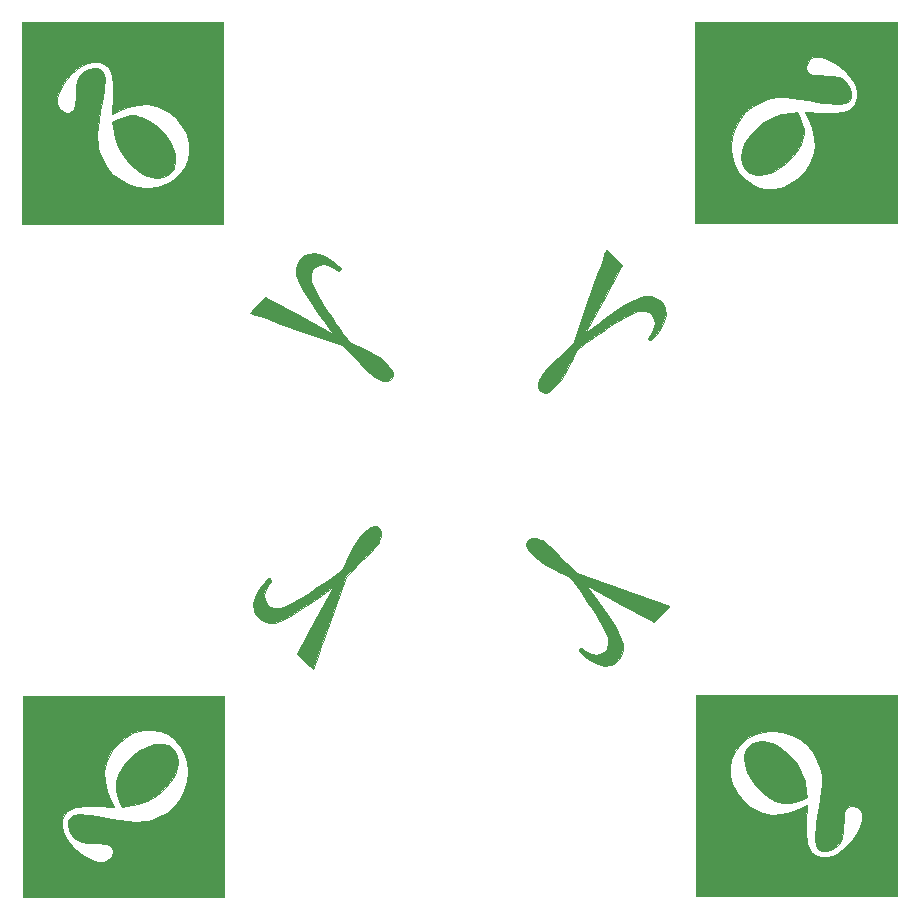
<source format=gbo>
%MOIN*%
%OFA0B0*%
%FSLAX46Y46*%
%IPPOS*%
%LPD*%
%ADD10C,0.00039370078740157485*%
%ADD21C,0.00039370078740157485*%
%ADD22C,0.00039370078740157485*%
%ADD23C,0.00039370078740157485*%
D10*
G36*
X0000812505Y0003075728D02*
G01*
X0000818641Y0003040648D01*
X0000829436Y0003009695D01*
X0000845400Y0002981776D01*
X0000867043Y0002955799D01*
X0000869819Y0002952987D01*
X0000893145Y0002932569D01*
X0000916299Y0002917825D01*
X0000938854Y0002908870D01*
X0000960381Y0002905823D01*
X0000980454Y0002908803D01*
X0000998191Y0002917603D01*
X0001004662Y0002922724D01*
X0001008162Y0002926488D01*
X0001011071Y0002931372D01*
X0001014984Y0002937622D01*
X0001017987Y0002945434D01*
X0001020206Y0002956894D01*
X0001020935Y0002965210D01*
X0001018739Y0002988071D01*
X0001010903Y0003011568D01*
X0000998266Y0003034774D01*
X0000981668Y0003056761D01*
X0000961948Y0003076600D01*
X0000939947Y0003093366D01*
X0000916505Y0003106129D01*
X0000892460Y0003113962D01*
X0000885114Y0003115231D01*
X0000868754Y0003115083D01*
X0000849789Y0003111194D01*
X0000830689Y0003104143D01*
X0000824309Y0003100971D01*
X0000810609Y0003093610D01*
X0000812505Y0003075728D01*
G37*
X0000812505Y0003075728D02*
X0000818641Y0003040648D01*
X0000829436Y0003009695D01*
X0000845400Y0002981776D01*
X0000867043Y0002955799D01*
X0000869819Y0002952987D01*
X0000893145Y0002932569D01*
X0000916299Y0002917825D01*
X0000938854Y0002908870D01*
X0000960381Y0002905823D01*
X0000980454Y0002908803D01*
X0000998191Y0002917603D01*
X0001004662Y0002922724D01*
X0001008162Y0002926488D01*
X0001011071Y0002931372D01*
X0001014984Y0002937622D01*
X0001017987Y0002945434D01*
X0001020206Y0002956894D01*
X0001020935Y0002965210D01*
X0001018739Y0002988071D01*
X0001010903Y0003011568D01*
X0000998266Y0003034774D01*
X0000981668Y0003056761D01*
X0000961948Y0003076600D01*
X0000939947Y0003093366D01*
X0000916505Y0003106129D01*
X0000892460Y0003113962D01*
X0000885114Y0003115231D01*
X0000868754Y0003115083D01*
X0000849789Y0003111194D01*
X0000830689Y0003104143D01*
X0000824309Y0003100971D01*
X0000810609Y0003093610D01*
X0000812505Y0003075728D01*
G36*
X0000509726Y0003089035D02*
G01*
X0000509739Y0002753160D01*
X0000845615Y0002753172D01*
X0001181490Y0002753184D01*
X0001181478Y0003089060D01*
X0001181472Y0003262925D01*
X0001023802Y0003105255D01*
X0001041459Y0003083839D01*
X0001055384Y0003060738D01*
X0001060553Y0003048857D01*
X0001067403Y0003021381D01*
X0001067982Y0002993825D01*
X0001062614Y0002967072D01*
X0001051626Y0002942006D01*
X0001035342Y0002919510D01*
X0001014088Y0002900466D01*
X0001003306Y0002893443D01*
X0000981514Y0002882934D01*
X0000958561Y0002876778D01*
X0000932367Y0002874468D01*
X0000925089Y0002874433D01*
X0000893005Y0002877852D01*
X0000862778Y0002887176D01*
X0000835181Y0002901869D01*
X0000810986Y0002921393D01*
X0000790963Y0002945213D01*
X0000775885Y0002972793D01*
X0000773017Y0002980109D01*
X0000768098Y0002994746D01*
X0000764460Y0003008670D01*
X0000762118Y0003022790D01*
X0000761083Y0003038019D01*
X0000761369Y0003055266D01*
X0000762989Y0003075444D01*
X0000765956Y0003099463D01*
X0000770283Y0003128235D01*
X0000775613Y0003160490D01*
X0000778922Y0003181063D01*
X0000781695Y0003200378D01*
X0000783762Y0003217076D01*
X0000784953Y0003229803D01*
X0000785135Y0003236766D01*
X0000781560Y0003253547D01*
X0000773805Y0003265541D01*
X0000762607Y0003272465D01*
X0000748700Y0003274037D01*
X0000732823Y0003269972D01*
X0000718900Y0003262269D01*
X0000707123Y0003252693D01*
X0000698789Y0003241826D01*
X0000693355Y0003228341D01*
X0000690279Y0003210913D01*
X0000689042Y0003189277D01*
X0000688383Y0003169536D01*
X0000687286Y0003155207D01*
X0000685499Y0003145037D01*
X0000682769Y0003137772D01*
X0000678841Y0003132162D01*
X0000677123Y0003130343D01*
X0000667464Y0003124769D01*
X0000656335Y0003124440D01*
X0000645157Y0003128594D01*
X0000635352Y0003136467D01*
X0000628342Y0003147299D01*
X0000625669Y0003157934D01*
X0000627115Y0003174865D01*
X0000633568Y0003193914D01*
X0000644197Y0003213983D01*
X0000658169Y0003233972D01*
X0000674652Y0003252784D01*
X0000692816Y0003269320D01*
X0000711827Y0003282481D01*
X0000724888Y0003288972D01*
X0000745906Y0003294642D01*
X0000765229Y0003294087D01*
X0000782203Y0003287628D01*
X0000796173Y0003275588D01*
X0000806487Y0003258287D01*
X0000810273Y0003246994D01*
X0000811494Y0003238573D01*
X0000812331Y0003225006D01*
X0000812737Y0003207808D01*
X0000812668Y0003188491D01*
X0000812371Y0003176243D01*
X0000810557Y0003120436D01*
X0000830525Y0003130581D01*
X0000863516Y0003144249D01*
X0000895786Y0003151443D01*
X0000927107Y0003152175D01*
X0000957254Y0003146454D01*
X0000985998Y0003134290D01*
X0001004177Y0003122676D01*
X0001023802Y0003105255D01*
X0001181472Y0003262925D01*
X0001181466Y0003424936D01*
X0000845590Y0003424923D01*
X0000509714Y0003424911D01*
X0000509726Y0003089035D01*
G37*
X0000509726Y0003089035D02*
X0000509739Y0002753160D01*
X0000845615Y0002753172D01*
X0001181490Y0002753184D01*
X0001181478Y0003089060D01*
X0001181472Y0003262925D01*
X0001023802Y0003105255D01*
X0001041459Y0003083839D01*
X0001055384Y0003060738D01*
X0001060553Y0003048857D01*
X0001067403Y0003021381D01*
X0001067982Y0002993825D01*
X0001062614Y0002967072D01*
X0001051626Y0002942006D01*
X0001035342Y0002919510D01*
X0001014088Y0002900466D01*
X0001003306Y0002893443D01*
X0000981514Y0002882934D01*
X0000958561Y0002876778D01*
X0000932367Y0002874468D01*
X0000925089Y0002874433D01*
X0000893005Y0002877852D01*
X0000862778Y0002887176D01*
X0000835181Y0002901869D01*
X0000810986Y0002921393D01*
X0000790963Y0002945213D01*
X0000775885Y0002972793D01*
X0000773017Y0002980109D01*
X0000768098Y0002994746D01*
X0000764460Y0003008670D01*
X0000762118Y0003022790D01*
X0000761083Y0003038019D01*
X0000761369Y0003055266D01*
X0000762989Y0003075444D01*
X0000765956Y0003099463D01*
X0000770283Y0003128235D01*
X0000775613Y0003160490D01*
X0000778922Y0003181063D01*
X0000781695Y0003200378D01*
X0000783762Y0003217076D01*
X0000784953Y0003229803D01*
X0000785135Y0003236766D01*
X0000781560Y0003253547D01*
X0000773805Y0003265541D01*
X0000762607Y0003272465D01*
X0000748700Y0003274037D01*
X0000732823Y0003269972D01*
X0000718900Y0003262269D01*
X0000707123Y0003252693D01*
X0000698789Y0003241826D01*
X0000693355Y0003228341D01*
X0000690279Y0003210913D01*
X0000689042Y0003189277D01*
X0000688383Y0003169536D01*
X0000687286Y0003155207D01*
X0000685499Y0003145037D01*
X0000682769Y0003137772D01*
X0000678841Y0003132162D01*
X0000677123Y0003130343D01*
X0000667464Y0003124769D01*
X0000656335Y0003124440D01*
X0000645157Y0003128594D01*
X0000635352Y0003136467D01*
X0000628342Y0003147299D01*
X0000625669Y0003157934D01*
X0000627115Y0003174865D01*
X0000633568Y0003193914D01*
X0000644197Y0003213983D01*
X0000658169Y0003233972D01*
X0000674652Y0003252784D01*
X0000692816Y0003269320D01*
X0000711827Y0003282481D01*
X0000724888Y0003288972D01*
X0000745906Y0003294642D01*
X0000765229Y0003294087D01*
X0000782203Y0003287628D01*
X0000796173Y0003275588D01*
X0000806487Y0003258287D01*
X0000810273Y0003246994D01*
X0000811494Y0003238573D01*
X0000812331Y0003225006D01*
X0000812737Y0003207808D01*
X0000812668Y0003188491D01*
X0000812371Y0003176243D01*
X0000810557Y0003120436D01*
X0000830525Y0003130581D01*
X0000863516Y0003144249D01*
X0000895786Y0003151443D01*
X0000927107Y0003152175D01*
X0000957254Y0003146454D01*
X0000985998Y0003134290D01*
X0001004177Y0003122676D01*
X0001023802Y0003105255D01*
X0001181472Y0003262925D01*
X0001181466Y0003424936D01*
X0000845590Y0003424923D01*
X0000509714Y0003424911D01*
X0000509726Y0003089035D01*
G36*
X0001429834Y0002623418D02*
G01*
X0001424277Y0002605457D01*
X0001424208Y0002586064D01*
X0001424621Y0002583590D01*
X0001429907Y0002566099D01*
X0001440060Y0002544109D01*
X0001455062Y0002517656D01*
X0001474890Y0002486773D01*
X0001499525Y0002451495D01*
X0001516362Y0002428558D01*
X0001547377Y0002386972D01*
X0001434139Y0002448865D01*
X0001320901Y0002510757D01*
X0001294122Y0002483978D01*
X0001282654Y0002472406D01*
X0001275360Y0002464637D01*
X0001271637Y0002459825D01*
X0001270880Y0002457121D01*
X0001272486Y0002455681D01*
X0001273660Y0002455267D01*
X0001278007Y0002453790D01*
X0001287991Y0002450317D01*
X0001302962Y0002445074D01*
X0001322273Y0002438291D01*
X0001345275Y0002430194D01*
X0001371319Y0002421012D01*
X0001399759Y0002410973D01*
X0001427986Y0002400997D01*
X0001575996Y0002348659D01*
X0001629229Y0002295826D01*
X0001647201Y0002278085D01*
X0001661274Y0002264470D01*
X0001672195Y0002254328D01*
X0001680717Y0002247009D01*
X0001687587Y0002241859D01*
X0001693556Y0002238228D01*
X0001697952Y0002236082D01*
X0001714662Y0002230718D01*
X0001728210Y0002231092D01*
X0001738936Y0002237269D01*
X0001744975Y0002245129D01*
X0001746567Y0002254119D01*
X0001742788Y0002265319D01*
X0001734260Y0002278010D01*
X0001721601Y0002291476D01*
X0001705432Y0002305001D01*
X0001686372Y0002317865D01*
X0001677780Y0002322831D01*
X0001662000Y0002331080D01*
X0001644745Y0002339419D01*
X0001629322Y0002346259D01*
X0001626942Y0002347230D01*
X0001619258Y0002350319D01*
X0001612885Y0002353182D01*
X0001607252Y0002356462D01*
X0001601785Y0002360803D01*
X0001595913Y0002366848D01*
X0001589065Y0002375240D01*
X0001580668Y0002386621D01*
X0001570150Y0002401636D01*
X0001556941Y0002420927D01*
X0001542381Y0002442323D01*
X0001521292Y0002474159D01*
X0001503697Y0002502499D01*
X0001489788Y0002526995D01*
X0001479758Y0002547299D01*
X0001473799Y0002563063D01*
X0001472472Y0002568731D01*
X0001472532Y0002585250D01*
X0001477838Y0002599582D01*
X0001487356Y0002610777D01*
X0001500049Y0002617886D01*
X0001514881Y0002619958D01*
X0001526049Y0002617881D01*
X0001537416Y0002612986D01*
X0001549282Y0002606128D01*
X0001552218Y0002604078D01*
X0001560582Y0002598554D01*
X0001565879Y0002597166D01*
X0001569808Y0002599387D01*
X0001571830Y0002602011D01*
X0001571620Y0002604859D01*
X0001568410Y0002609038D01*
X0001561432Y0002615656D01*
X0001553877Y0002622346D01*
X0001530574Y0002640013D01*
X0001508315Y0002651212D01*
X0001487171Y0002655926D01*
X0001467212Y0002654134D01*
X0001454840Y0002649436D01*
X0001440236Y0002638545D01*
X0001429834Y0002623418D01*
G37*
X0001429834Y0002623418D02*
X0001424277Y0002605457D01*
X0001424208Y0002586064D01*
X0001424621Y0002583590D01*
X0001429907Y0002566099D01*
X0001440060Y0002544109D01*
X0001455062Y0002517656D01*
X0001474890Y0002486773D01*
X0001499525Y0002451495D01*
X0001516362Y0002428558D01*
X0001547377Y0002386972D01*
X0001434139Y0002448865D01*
X0001320901Y0002510757D01*
X0001294122Y0002483978D01*
X0001282654Y0002472406D01*
X0001275360Y0002464637D01*
X0001271637Y0002459825D01*
X0001270880Y0002457121D01*
X0001272486Y0002455681D01*
X0001273660Y0002455267D01*
X0001278007Y0002453790D01*
X0001287991Y0002450317D01*
X0001302962Y0002445074D01*
X0001322273Y0002438291D01*
X0001345275Y0002430194D01*
X0001371319Y0002421012D01*
X0001399759Y0002410973D01*
X0001427986Y0002400997D01*
X0001575996Y0002348659D01*
X0001629229Y0002295826D01*
X0001647201Y0002278085D01*
X0001661274Y0002264470D01*
X0001672195Y0002254328D01*
X0001680717Y0002247009D01*
X0001687587Y0002241859D01*
X0001693556Y0002238228D01*
X0001697952Y0002236082D01*
X0001714662Y0002230718D01*
X0001728210Y0002231092D01*
X0001738936Y0002237269D01*
X0001744975Y0002245129D01*
X0001746567Y0002254119D01*
X0001742788Y0002265319D01*
X0001734260Y0002278010D01*
X0001721601Y0002291476D01*
X0001705432Y0002305001D01*
X0001686372Y0002317865D01*
X0001677780Y0002322831D01*
X0001662000Y0002331080D01*
X0001644745Y0002339419D01*
X0001629322Y0002346259D01*
X0001626942Y0002347230D01*
X0001619258Y0002350319D01*
X0001612885Y0002353182D01*
X0001607252Y0002356462D01*
X0001601785Y0002360803D01*
X0001595913Y0002366848D01*
X0001589065Y0002375240D01*
X0001580668Y0002386621D01*
X0001570150Y0002401636D01*
X0001556941Y0002420927D01*
X0001542381Y0002442323D01*
X0001521292Y0002474159D01*
X0001503697Y0002502499D01*
X0001489788Y0002526995D01*
X0001479758Y0002547299D01*
X0001473799Y0002563063D01*
X0001472472Y0002568731D01*
X0001472532Y0002585250D01*
X0001477838Y0002599582D01*
X0001487356Y0002610777D01*
X0001500049Y0002617886D01*
X0001514881Y0002619958D01*
X0001526049Y0002617881D01*
X0001537416Y0002612986D01*
X0001549282Y0002606128D01*
X0001552218Y0002604078D01*
X0001560582Y0002598554D01*
X0001565879Y0002597166D01*
X0001569808Y0002599387D01*
X0001571830Y0002602011D01*
X0001571620Y0002604859D01*
X0001568410Y0002609038D01*
X0001561432Y0002615656D01*
X0001553877Y0002622346D01*
X0001530574Y0002640013D01*
X0001508315Y0002651212D01*
X0001487171Y0002655926D01*
X0001467212Y0002654134D01*
X0001454840Y0002649436D01*
X0001440236Y0002638545D01*
X0001429834Y0002623418D01*
G04 next file*
G04 #@! TF.GenerationSoftware,KiCad,Pcbnew,(5.1.5)-3*
G04 #@! TF.CreationDate,2019-12-21T12:13:31-08:00*
G04 #@! TF.ProjectId,mole-diamond-keychain,6d6f6c65-2d64-4696-916d-6f6e642d6b65,A*
G04 #@! TF.SameCoordinates,Original*
G04 #@! TF.FileFunction,Legend,Bot*
G04 #@! TF.FilePolarity,Positive*
G04 Gerber Fmt 4.6, Leading zero omitted, Abs format (unit mm)*
G04 Created by KiCad (PCBNEW (5.1.5)-3) date 2019-12-21 12:13:31*
G04 APERTURE LIST*
G04 APERTURE END LIST*
D21*
G36*
X0000861279Y0000812505D02*
G01*
X0000896358Y0000818641D01*
X0000927312Y0000829436D01*
X0000955231Y0000845400D01*
X0000981207Y0000867043D01*
X0000984020Y0000869819D01*
X0001004437Y0000893145D01*
X0001019182Y0000916299D01*
X0001028137Y0000938854D01*
X0001031184Y0000960381D01*
X0001028204Y0000980454D01*
X0001019404Y0000998191D01*
X0001014282Y0001004662D01*
X0001010519Y0001008162D01*
X0001005635Y0001011071D01*
X0000999385Y0001014984D01*
X0000991573Y0001017987D01*
X0000980113Y0001020206D01*
X0000971797Y0001020935D01*
X0000948936Y0001018739D01*
X0000925439Y0001010903D01*
X0000902233Y0000998266D01*
X0000880246Y0000981668D01*
X0000860406Y0000961948D01*
X0000843641Y0000939947D01*
X0000830878Y0000916505D01*
X0000823045Y0000892460D01*
X0000821776Y0000885114D01*
X0000821924Y0000868754D01*
X0000825813Y0000849789D01*
X0000832864Y0000830689D01*
X0000836036Y0000824309D01*
X0000843397Y0000810609D01*
X0000861279Y0000812505D01*
G37*
X0000861279Y0000812505D02*
X0000896358Y0000818641D01*
X0000927312Y0000829436D01*
X0000955231Y0000845400D01*
X0000981207Y0000867043D01*
X0000984020Y0000869819D01*
X0001004437Y0000893145D01*
X0001019182Y0000916299D01*
X0001028137Y0000938854D01*
X0001031184Y0000960381D01*
X0001028204Y0000980454D01*
X0001019404Y0000998191D01*
X0001014282Y0001004662D01*
X0001010519Y0001008162D01*
X0001005635Y0001011071D01*
X0000999385Y0001014984D01*
X0000991573Y0001017987D01*
X0000980113Y0001020206D01*
X0000971797Y0001020935D01*
X0000948936Y0001018739D01*
X0000925439Y0001010903D01*
X0000902233Y0000998266D01*
X0000880246Y0000981668D01*
X0000860406Y0000961948D01*
X0000843641Y0000939947D01*
X0000830878Y0000916505D01*
X0000823045Y0000892460D01*
X0000821776Y0000885114D01*
X0000821924Y0000868754D01*
X0000825813Y0000849789D01*
X0000832864Y0000830689D01*
X0000836036Y0000824309D01*
X0000843397Y0000810609D01*
X0000861279Y0000812505D01*
G36*
X0000847972Y0000509726D02*
G01*
X0001183847Y0000509739D01*
X0001183835Y0000845615D01*
X0001183823Y0001181490D01*
X0000847947Y0001181478D01*
X0000674081Y0001181472D01*
X0000831752Y0001023802D01*
X0000853168Y0001041459D01*
X0000876269Y0001055384D01*
X0000888150Y0001060553D01*
X0000915626Y0001067403D01*
X0000943182Y0001067982D01*
X0000969935Y0001062614D01*
X0000995001Y0001051626D01*
X0001017497Y0001035342D01*
X0001036541Y0001014088D01*
X0001043564Y0001003306D01*
X0001054073Y0000981514D01*
X0001060229Y0000958561D01*
X0001062539Y0000932367D01*
X0001062574Y0000925089D01*
X0001059155Y0000893005D01*
X0001049831Y0000862778D01*
X0001035138Y0000835181D01*
X0001015614Y0000810986D01*
X0000991793Y0000790963D01*
X0000964214Y0000775885D01*
X0000956898Y0000773017D01*
X0000942261Y0000768098D01*
X0000928337Y0000764460D01*
X0000914217Y0000762118D01*
X0000898988Y0000761083D01*
X0000881740Y0000761369D01*
X0000861562Y0000762989D01*
X0000837543Y0000765956D01*
X0000808772Y0000770283D01*
X0000776517Y0000775613D01*
X0000755944Y0000778922D01*
X0000736629Y0000781695D01*
X0000719930Y0000783762D01*
X0000707204Y0000784953D01*
X0000700240Y0000785135D01*
X0000683460Y0000781560D01*
X0000671466Y0000773805D01*
X0000664541Y0000762607D01*
X0000662970Y0000748700D01*
X0000667035Y0000732823D01*
X0000674738Y0000718900D01*
X0000684314Y0000707123D01*
X0000695181Y0000698789D01*
X0000708666Y0000693355D01*
X0000726094Y0000690279D01*
X0000747730Y0000689042D01*
X0000767470Y0000688383D01*
X0000781800Y0000687286D01*
X0000791970Y0000685499D01*
X0000799235Y0000682769D01*
X0000804845Y0000678841D01*
X0000806664Y0000677123D01*
X0000812237Y0000667464D01*
X0000812567Y0000656335D01*
X0000808413Y0000645157D01*
X0000800540Y0000635352D01*
X0000789708Y0000628342D01*
X0000779073Y0000625669D01*
X0000762142Y0000627115D01*
X0000743093Y0000633568D01*
X0000723024Y0000644197D01*
X0000703035Y0000658169D01*
X0000684222Y0000674652D01*
X0000667687Y0000692816D01*
X0000654526Y0000711827D01*
X0000648035Y0000724888D01*
X0000642365Y0000745906D01*
X0000642920Y0000765229D01*
X0000649379Y0000782203D01*
X0000661419Y0000796173D01*
X0000678720Y0000806487D01*
X0000690013Y0000810273D01*
X0000698434Y0000811494D01*
X0000712001Y0000812331D01*
X0000729199Y0000812737D01*
X0000748516Y0000812668D01*
X0000760764Y0000812371D01*
X0000816571Y0000810557D01*
X0000806426Y0000830525D01*
X0000792758Y0000863516D01*
X0000785563Y0000895786D01*
X0000784832Y0000927107D01*
X0000790553Y0000957254D01*
X0000802717Y0000985998D01*
X0000814330Y0001004177D01*
X0000831752Y0001023802D01*
X0000674081Y0001181472D01*
X0000512071Y0001181466D01*
X0000512083Y0000845590D01*
X0000512096Y0000509714D01*
X0000847972Y0000509726D01*
G37*
X0000847972Y0000509726D02*
X0001183847Y0000509739D01*
X0001183835Y0000845615D01*
X0001183823Y0001181490D01*
X0000847947Y0001181478D01*
X0000674081Y0001181472D01*
X0000831752Y0001023802D01*
X0000853168Y0001041459D01*
X0000876269Y0001055384D01*
X0000888150Y0001060553D01*
X0000915626Y0001067403D01*
X0000943182Y0001067982D01*
X0000969935Y0001062614D01*
X0000995001Y0001051626D01*
X0001017497Y0001035342D01*
X0001036541Y0001014088D01*
X0001043564Y0001003306D01*
X0001054073Y0000981514D01*
X0001060229Y0000958561D01*
X0001062539Y0000932367D01*
X0001062574Y0000925089D01*
X0001059155Y0000893005D01*
X0001049831Y0000862778D01*
X0001035138Y0000835181D01*
X0001015614Y0000810986D01*
X0000991793Y0000790963D01*
X0000964214Y0000775885D01*
X0000956898Y0000773017D01*
X0000942261Y0000768098D01*
X0000928337Y0000764460D01*
X0000914217Y0000762118D01*
X0000898988Y0000761083D01*
X0000881740Y0000761369D01*
X0000861562Y0000762989D01*
X0000837543Y0000765956D01*
X0000808772Y0000770283D01*
X0000776517Y0000775613D01*
X0000755944Y0000778922D01*
X0000736629Y0000781695D01*
X0000719930Y0000783762D01*
X0000707204Y0000784953D01*
X0000700240Y0000785135D01*
X0000683460Y0000781560D01*
X0000671466Y0000773805D01*
X0000664541Y0000762607D01*
X0000662970Y0000748700D01*
X0000667035Y0000732823D01*
X0000674738Y0000718900D01*
X0000684314Y0000707123D01*
X0000695181Y0000698789D01*
X0000708666Y0000693355D01*
X0000726094Y0000690279D01*
X0000747730Y0000689042D01*
X0000767470Y0000688383D01*
X0000781800Y0000687286D01*
X0000791970Y0000685499D01*
X0000799235Y0000682769D01*
X0000804845Y0000678841D01*
X0000806664Y0000677123D01*
X0000812237Y0000667464D01*
X0000812567Y0000656335D01*
X0000808413Y0000645157D01*
X0000800540Y0000635352D01*
X0000789708Y0000628342D01*
X0000779073Y0000625669D01*
X0000762142Y0000627115D01*
X0000743093Y0000633568D01*
X0000723024Y0000644197D01*
X0000703035Y0000658169D01*
X0000684222Y0000674652D01*
X0000667687Y0000692816D01*
X0000654526Y0000711827D01*
X0000648035Y0000724888D01*
X0000642365Y0000745906D01*
X0000642920Y0000765229D01*
X0000649379Y0000782203D01*
X0000661419Y0000796173D01*
X0000678720Y0000806487D01*
X0000690013Y0000810273D01*
X0000698434Y0000811494D01*
X0000712001Y0000812331D01*
X0000729199Y0000812737D01*
X0000748516Y0000812668D01*
X0000760764Y0000812371D01*
X0000816571Y0000810557D01*
X0000806426Y0000830525D01*
X0000792758Y0000863516D01*
X0000785563Y0000895786D01*
X0000784832Y0000927107D01*
X0000790553Y0000957254D01*
X0000802717Y0000985998D01*
X0000814330Y0001004177D01*
X0000831752Y0001023802D01*
X0000674081Y0001181472D01*
X0000512071Y0001181466D01*
X0000512083Y0000845590D01*
X0000512096Y0000509714D01*
X0000847972Y0000509726D01*
G36*
X0001313589Y0001429834D02*
G01*
X0001331550Y0001424277D01*
X0001350943Y0001424208D01*
X0001353417Y0001424621D01*
X0001370908Y0001429907D01*
X0001392898Y0001440060D01*
X0001419351Y0001455062D01*
X0001450234Y0001474890D01*
X0001485512Y0001499525D01*
X0001508449Y0001516362D01*
X0001550035Y0001547377D01*
X0001488142Y0001434139D01*
X0001426250Y0001320901D01*
X0001453028Y0001294122D01*
X0001464600Y0001282654D01*
X0001472370Y0001275360D01*
X0001477182Y0001271637D01*
X0001479886Y0001270880D01*
X0001481326Y0001272486D01*
X0001481740Y0001273660D01*
X0001483216Y0001278007D01*
X0001486690Y0001287991D01*
X0001491933Y0001302962D01*
X0001498716Y0001322273D01*
X0001506813Y0001345275D01*
X0001515995Y0001371319D01*
X0001526034Y0001399759D01*
X0001536010Y0001427986D01*
X0001588347Y0001575996D01*
X0001641181Y0001629229D01*
X0001658921Y0001647201D01*
X0001672537Y0001661274D01*
X0001682678Y0001672195D01*
X0001689998Y0001680717D01*
X0001695148Y0001687587D01*
X0001698779Y0001693556D01*
X0001700924Y0001697952D01*
X0001706289Y0001714662D01*
X0001705915Y0001728210D01*
X0001699738Y0001738936D01*
X0001691878Y0001744975D01*
X0001682887Y0001746567D01*
X0001671688Y0001742788D01*
X0001658997Y0001734260D01*
X0001645530Y0001721601D01*
X0001632006Y0001705432D01*
X0001619141Y0001686372D01*
X0001614176Y0001677780D01*
X0001605926Y0001662000D01*
X0001597588Y0001644745D01*
X0001590748Y0001629322D01*
X0001589777Y0001626942D01*
X0001586688Y0001619258D01*
X0001583825Y0001612885D01*
X0001580545Y0001607252D01*
X0001576204Y0001601785D01*
X0001570159Y0001595913D01*
X0001561767Y0001589065D01*
X0001550386Y0001580668D01*
X0001535371Y0001570150D01*
X0001516080Y0001556941D01*
X0001494683Y0001542381D01*
X0001462848Y0001521292D01*
X0001434508Y0001503697D01*
X0001410012Y0001489788D01*
X0001389708Y0001479758D01*
X0001373944Y0001473799D01*
X0001368276Y0001472472D01*
X0001351757Y0001472532D01*
X0001337425Y0001477838D01*
X0001326230Y0001487356D01*
X0001319121Y0001500049D01*
X0001317049Y0001514881D01*
X0001319126Y0001526049D01*
X0001324021Y0001537416D01*
X0001330878Y0001549282D01*
X0001332929Y0001552218D01*
X0001338453Y0001560582D01*
X0001339841Y0001565879D01*
X0001337620Y0001569808D01*
X0001334996Y0001571830D01*
X0001332147Y0001571620D01*
X0001327968Y0001568410D01*
X0001321351Y0001561432D01*
X0001314661Y0001553877D01*
X0001296994Y0001530574D01*
X0001285795Y0001508315D01*
X0001281081Y0001487171D01*
X0001282873Y0001467212D01*
X0001287570Y0001454840D01*
X0001298462Y0001440236D01*
X0001313589Y0001429834D01*
G37*
X0001313589Y0001429834D02*
X0001331550Y0001424277D01*
X0001350943Y0001424208D01*
X0001353417Y0001424621D01*
X0001370908Y0001429907D01*
X0001392898Y0001440060D01*
X0001419351Y0001455062D01*
X0001450234Y0001474890D01*
X0001485512Y0001499525D01*
X0001508449Y0001516362D01*
X0001550035Y0001547377D01*
X0001488142Y0001434139D01*
X0001426250Y0001320901D01*
X0001453028Y0001294122D01*
X0001464600Y0001282654D01*
X0001472370Y0001275360D01*
X0001477182Y0001271637D01*
X0001479886Y0001270880D01*
X0001481326Y0001272486D01*
X0001481740Y0001273660D01*
X0001483216Y0001278007D01*
X0001486690Y0001287991D01*
X0001491933Y0001302962D01*
X0001498716Y0001322273D01*
X0001506813Y0001345275D01*
X0001515995Y0001371319D01*
X0001526034Y0001399759D01*
X0001536010Y0001427986D01*
X0001588347Y0001575996D01*
X0001641181Y0001629229D01*
X0001658921Y0001647201D01*
X0001672537Y0001661274D01*
X0001682678Y0001672195D01*
X0001689998Y0001680717D01*
X0001695148Y0001687587D01*
X0001698779Y0001693556D01*
X0001700924Y0001697952D01*
X0001706289Y0001714662D01*
X0001705915Y0001728210D01*
X0001699738Y0001738936D01*
X0001691878Y0001744975D01*
X0001682887Y0001746567D01*
X0001671688Y0001742788D01*
X0001658997Y0001734260D01*
X0001645530Y0001721601D01*
X0001632006Y0001705432D01*
X0001619141Y0001686372D01*
X0001614176Y0001677780D01*
X0001605926Y0001662000D01*
X0001597588Y0001644745D01*
X0001590748Y0001629322D01*
X0001589777Y0001626942D01*
X0001586688Y0001619258D01*
X0001583825Y0001612885D01*
X0001580545Y0001607252D01*
X0001576204Y0001601785D01*
X0001570159Y0001595913D01*
X0001561767Y0001589065D01*
X0001550386Y0001580668D01*
X0001535371Y0001570150D01*
X0001516080Y0001556941D01*
X0001494683Y0001542381D01*
X0001462848Y0001521292D01*
X0001434508Y0001503697D01*
X0001410012Y0001489788D01*
X0001389708Y0001479758D01*
X0001373944Y0001473799D01*
X0001368276Y0001472472D01*
X0001351757Y0001472532D01*
X0001337425Y0001477838D01*
X0001326230Y0001487356D01*
X0001319121Y0001500049D01*
X0001317049Y0001514881D01*
X0001319126Y0001526049D01*
X0001324021Y0001537416D01*
X0001330878Y0001549282D01*
X0001332929Y0001552218D01*
X0001338453Y0001560582D01*
X0001339841Y0001565879D01*
X0001337620Y0001569808D01*
X0001334996Y0001571830D01*
X0001332147Y0001571620D01*
X0001327968Y0001568410D01*
X0001321351Y0001561432D01*
X0001314661Y0001553877D01*
X0001296994Y0001530574D01*
X0001285795Y0001508315D01*
X0001281081Y0001487171D01*
X0001282873Y0001467212D01*
X0001287570Y0001454840D01*
X0001298462Y0001440236D01*
X0001313589Y0001429834D01*
G04 next file*
G04 #@! TF.GenerationSoftware,KiCad,Pcbnew,(5.1.5)-3*
G04 #@! TF.CreationDate,2019-12-21T12:13:31-08:00*
G04 #@! TF.ProjectId,mole-diamond-keychain,6d6f6c65-2d64-4696-916d-6f6e642d6b65,A*
G04 #@! TF.SameCoordinates,Original*
G04 #@! TF.FileFunction,Legend,Bot*
G04 #@! TF.FilePolarity,Positive*
G04 Gerber Fmt 4.6, Leading zero omitted, Abs format (unit mm)*
G04 Created by KiCad (PCBNEW (5.1.5)-3) date 2019-12-21 12:13:31*
G04 APERTURE LIST*
G04 APERTURE END LIST*
D22*
G36*
X0003124502Y0000861279D02*
G01*
X0003118366Y0000896358D01*
X0003107570Y0000927312D01*
X0003091606Y0000955231D01*
X0003069964Y0000981207D01*
X0003067188Y0000984020D01*
X0003043861Y0001004437D01*
X0003020707Y0001019182D01*
X0002998153Y0001028137D01*
X0002976626Y0001031184D01*
X0002956552Y0001028204D01*
X0002938816Y0001019404D01*
X0002932345Y0001014282D01*
X0002928845Y0001010519D01*
X0002925936Y0001005635D01*
X0002922023Y0000999385D01*
X0002919020Y0000991573D01*
X0002916801Y0000980113D01*
X0002916072Y0000971797D01*
X0002918267Y0000948936D01*
X0002926103Y0000925439D01*
X0002938741Y0000902233D01*
X0002955339Y0000880246D01*
X0002975058Y0000860406D01*
X0002997059Y0000843641D01*
X0003020502Y0000830878D01*
X0003044547Y0000823045D01*
X0003051893Y0000821776D01*
X0003068253Y0000821924D01*
X0003087218Y0000825813D01*
X0003106318Y0000832864D01*
X0003112698Y0000836036D01*
X0003126398Y0000843397D01*
X0003124502Y0000861279D01*
G37*
X0003124502Y0000861279D02*
X0003118366Y0000896358D01*
X0003107570Y0000927312D01*
X0003091606Y0000955231D01*
X0003069964Y0000981207D01*
X0003067188Y0000984020D01*
X0003043861Y0001004437D01*
X0003020707Y0001019182D01*
X0002998153Y0001028137D01*
X0002976626Y0001031184D01*
X0002956552Y0001028204D01*
X0002938816Y0001019404D01*
X0002932345Y0001014282D01*
X0002928845Y0001010519D01*
X0002925936Y0001005635D01*
X0002922023Y0000999385D01*
X0002919020Y0000991573D01*
X0002916801Y0000980113D01*
X0002916072Y0000971797D01*
X0002918267Y0000948936D01*
X0002926103Y0000925439D01*
X0002938741Y0000902233D01*
X0002955339Y0000880246D01*
X0002975058Y0000860406D01*
X0002997059Y0000843641D01*
X0003020502Y0000830878D01*
X0003044547Y0000823045D01*
X0003051893Y0000821776D01*
X0003068253Y0000821924D01*
X0003087218Y0000825813D01*
X0003106318Y0000832864D01*
X0003112698Y0000836036D01*
X0003126398Y0000843397D01*
X0003124502Y0000861279D01*
G36*
X0003427280Y0000847972D02*
G01*
X0003427268Y0001183847D01*
X0003091392Y0001183835D01*
X0002755517Y0001183823D01*
X0002755529Y0000847947D01*
X0002755535Y0000674081D01*
X0002913205Y0000831752D01*
X0002895548Y0000853168D01*
X0002881623Y0000876269D01*
X0002876454Y0000888150D01*
X0002869604Y0000915626D01*
X0002869025Y0000943182D01*
X0002874393Y0000969935D01*
X0002885381Y0000995001D01*
X0002901665Y0001017497D01*
X0002922919Y0001036541D01*
X0002933701Y0001043564D01*
X0002955493Y0001054073D01*
X0002978446Y0001060229D01*
X0003004640Y0001062539D01*
X0003011918Y0001062574D01*
X0003044002Y0001059155D01*
X0003074228Y0001049831D01*
X0003101825Y0001035138D01*
X0003126021Y0001015614D01*
X0003146044Y0000991793D01*
X0003161122Y0000964214D01*
X0003163990Y0000956898D01*
X0003168909Y0000942261D01*
X0003172546Y0000928337D01*
X0003174889Y0000914217D01*
X0003175924Y0000898988D01*
X0003175638Y0000881740D01*
X0003174018Y0000861562D01*
X0003171051Y0000837543D01*
X0003166724Y0000808772D01*
X0003161394Y0000776517D01*
X0003158084Y0000755944D01*
X0003155312Y0000736629D01*
X0003153245Y0000719930D01*
X0003152054Y0000707204D01*
X0003151872Y0000700240D01*
X0003155446Y0000683460D01*
X0003163201Y0000671466D01*
X0003174400Y0000664541D01*
X0003188307Y0000662970D01*
X0003204184Y0000667035D01*
X0003218107Y0000674738D01*
X0003229884Y0000684314D01*
X0003238218Y0000695181D01*
X0003243652Y0000708666D01*
X0003246727Y0000726094D01*
X0003247964Y0000747730D01*
X0003248624Y0000767470D01*
X0003249720Y0000781800D01*
X0003251507Y0000791970D01*
X0003254238Y0000799235D01*
X0003258166Y0000804845D01*
X0003259884Y0000806664D01*
X0003269543Y0000812237D01*
X0003280672Y0000812567D01*
X0003291850Y0000808413D01*
X0003301655Y0000800540D01*
X0003308665Y0000789708D01*
X0003311338Y0000779073D01*
X0003309892Y0000762142D01*
X0003303439Y0000743093D01*
X0003292810Y0000723024D01*
X0003278838Y0000703035D01*
X0003262355Y0000684222D01*
X0003244191Y0000667687D01*
X0003225180Y0000654526D01*
X0003212119Y0000648035D01*
X0003191101Y0000642365D01*
X0003171778Y0000642920D01*
X0003154804Y0000649379D01*
X0003140834Y0000661419D01*
X0003130520Y0000678720D01*
X0003126734Y0000690013D01*
X0003125513Y0000698434D01*
X0003124676Y0000712001D01*
X0003124270Y0000729199D01*
X0003124339Y0000748516D01*
X0003124636Y0000760764D01*
X0003126450Y0000816571D01*
X0003106482Y0000806426D01*
X0003073490Y0000792758D01*
X0003041221Y0000785563D01*
X0003009900Y0000784832D01*
X0002979753Y0000790553D01*
X0002951009Y0000802717D01*
X0002932830Y0000814330D01*
X0002913205Y0000831752D01*
X0002755535Y0000674081D01*
X0002755541Y0000512071D01*
X0003091417Y0000512083D01*
X0003427293Y0000512096D01*
X0003427280Y0000847972D01*
G37*
X0003427280Y0000847972D02*
X0003427268Y0001183847D01*
X0003091392Y0001183835D01*
X0002755517Y0001183823D01*
X0002755529Y0000847947D01*
X0002755535Y0000674081D01*
X0002913205Y0000831752D01*
X0002895548Y0000853168D01*
X0002881623Y0000876269D01*
X0002876454Y0000888150D01*
X0002869604Y0000915626D01*
X0002869025Y0000943182D01*
X0002874393Y0000969935D01*
X0002885381Y0000995001D01*
X0002901665Y0001017497D01*
X0002922919Y0001036541D01*
X0002933701Y0001043564D01*
X0002955493Y0001054073D01*
X0002978446Y0001060229D01*
X0003004640Y0001062539D01*
X0003011918Y0001062574D01*
X0003044002Y0001059155D01*
X0003074228Y0001049831D01*
X0003101825Y0001035138D01*
X0003126021Y0001015614D01*
X0003146044Y0000991793D01*
X0003161122Y0000964214D01*
X0003163990Y0000956898D01*
X0003168909Y0000942261D01*
X0003172546Y0000928337D01*
X0003174889Y0000914217D01*
X0003175924Y0000898988D01*
X0003175638Y0000881740D01*
X0003174018Y0000861562D01*
X0003171051Y0000837543D01*
X0003166724Y0000808772D01*
X0003161394Y0000776517D01*
X0003158084Y0000755944D01*
X0003155312Y0000736629D01*
X0003153245Y0000719930D01*
X0003152054Y0000707204D01*
X0003151872Y0000700240D01*
X0003155446Y0000683460D01*
X0003163201Y0000671466D01*
X0003174400Y0000664541D01*
X0003188307Y0000662970D01*
X0003204184Y0000667035D01*
X0003218107Y0000674738D01*
X0003229884Y0000684314D01*
X0003238218Y0000695181D01*
X0003243652Y0000708666D01*
X0003246727Y0000726094D01*
X0003247964Y0000747730D01*
X0003248624Y0000767470D01*
X0003249720Y0000781800D01*
X0003251507Y0000791970D01*
X0003254238Y0000799235D01*
X0003258166Y0000804845D01*
X0003259884Y0000806664D01*
X0003269543Y0000812237D01*
X0003280672Y0000812567D01*
X0003291850Y0000808413D01*
X0003301655Y0000800540D01*
X0003308665Y0000789708D01*
X0003311338Y0000779073D01*
X0003309892Y0000762142D01*
X0003303439Y0000743093D01*
X0003292810Y0000723024D01*
X0003278838Y0000703035D01*
X0003262355Y0000684222D01*
X0003244191Y0000667687D01*
X0003225180Y0000654526D01*
X0003212119Y0000648035D01*
X0003191101Y0000642365D01*
X0003171778Y0000642920D01*
X0003154804Y0000649379D01*
X0003140834Y0000661419D01*
X0003130520Y0000678720D01*
X0003126734Y0000690013D01*
X0003125513Y0000698434D01*
X0003124676Y0000712001D01*
X0003124270Y0000729199D01*
X0003124339Y0000748516D01*
X0003124636Y0000760764D01*
X0003126450Y0000816571D01*
X0003106482Y0000806426D01*
X0003073490Y0000792758D01*
X0003041221Y0000785563D01*
X0003009900Y0000784832D01*
X0002979753Y0000790553D01*
X0002951009Y0000802717D01*
X0002932830Y0000814330D01*
X0002913205Y0000831752D01*
X0002755535Y0000674081D01*
X0002755541Y0000512071D01*
X0003091417Y0000512083D01*
X0003427293Y0000512096D01*
X0003427280Y0000847972D01*
G36*
X0002507172Y0001313589D02*
G01*
X0002512730Y0001331550D01*
X0002512799Y0001350943D01*
X0002512386Y0001353417D01*
X0002507100Y0001370908D01*
X0002496946Y0001392898D01*
X0002481945Y0001419351D01*
X0002462117Y0001450234D01*
X0002437482Y0001485512D01*
X0002420644Y0001508449D01*
X0002389630Y0001550035D01*
X0002502868Y0001488142D01*
X0002616106Y0001426250D01*
X0002642885Y0001453028D01*
X0002654352Y0001464600D01*
X0002661646Y0001472370D01*
X0002665370Y0001477182D01*
X0002666127Y0001479886D01*
X0002664521Y0001481326D01*
X0002663347Y0001481740D01*
X0002658999Y0001483216D01*
X0002649016Y0001486690D01*
X0002634045Y0001491933D01*
X0002614734Y0001498716D01*
X0002591732Y0001506813D01*
X0002565687Y0001515995D01*
X0002537248Y0001526034D01*
X0002509020Y0001536010D01*
X0002361011Y0001588347D01*
X0002307778Y0001641181D01*
X0002289805Y0001658921D01*
X0002275733Y0001672537D01*
X0002264811Y0001682678D01*
X0002256290Y0001689998D01*
X0002249420Y0001695148D01*
X0002243451Y0001698779D01*
X0002239055Y0001700924D01*
X0002222345Y0001706289D01*
X0002208797Y0001705915D01*
X0002198071Y0001699738D01*
X0002192032Y0001691878D01*
X0002190440Y0001682887D01*
X0002194218Y0001671688D01*
X0002202747Y0001658997D01*
X0002215406Y0001645530D01*
X0002231575Y0001632006D01*
X0002250634Y0001619141D01*
X0002259227Y0001614176D01*
X0002275007Y0001605926D01*
X0002292262Y0001597588D01*
X0002307685Y0001590748D01*
X0002310065Y0001589777D01*
X0002317749Y0001586688D01*
X0002324121Y0001583825D01*
X0002329755Y0001580545D01*
X0002335222Y0001576204D01*
X0002341094Y0001570159D01*
X0002347942Y0001561767D01*
X0002356339Y0001550386D01*
X0002366856Y0001535371D01*
X0002380066Y0001516080D01*
X0002394626Y0001494683D01*
X0002415715Y0001462848D01*
X0002433310Y0001434508D01*
X0002447219Y0001410012D01*
X0002457249Y0001389708D01*
X0002463208Y0001373944D01*
X0002464535Y0001368276D01*
X0002464475Y0001351757D01*
X0002459168Y0001337425D01*
X0002449651Y0001326230D01*
X0002436958Y0001319121D01*
X0002422126Y0001317049D01*
X0002410958Y0001319126D01*
X0002399591Y0001324021D01*
X0002387724Y0001330878D01*
X0002384789Y0001332929D01*
X0002376425Y0001338453D01*
X0002371127Y0001339841D01*
X0002367199Y0001337620D01*
X0002365177Y0001334996D01*
X0002365386Y0001332147D01*
X0002368596Y0001327968D01*
X0002375575Y0001321351D01*
X0002383130Y0001314661D01*
X0002406433Y0001296994D01*
X0002428692Y0001285795D01*
X0002449836Y0001281081D01*
X0002469795Y0001282873D01*
X0002482167Y0001287570D01*
X0002496770Y0001298462D01*
X0002507172Y0001313589D01*
G37*
X0002507172Y0001313589D02*
X0002512730Y0001331550D01*
X0002512799Y0001350943D01*
X0002512386Y0001353417D01*
X0002507100Y0001370908D01*
X0002496946Y0001392898D01*
X0002481945Y0001419351D01*
X0002462117Y0001450234D01*
X0002437482Y0001485512D01*
X0002420644Y0001508449D01*
X0002389630Y0001550035D01*
X0002502868Y0001488142D01*
X0002616106Y0001426250D01*
X0002642885Y0001453028D01*
X0002654352Y0001464600D01*
X0002661646Y0001472370D01*
X0002665370Y0001477182D01*
X0002666127Y0001479886D01*
X0002664521Y0001481326D01*
X0002663347Y0001481740D01*
X0002658999Y0001483216D01*
X0002649016Y0001486690D01*
X0002634045Y0001491933D01*
X0002614734Y0001498716D01*
X0002591732Y0001506813D01*
X0002565687Y0001515995D01*
X0002537248Y0001526034D01*
X0002509020Y0001536010D01*
X0002361011Y0001588347D01*
X0002307778Y0001641181D01*
X0002289805Y0001658921D01*
X0002275733Y0001672537D01*
X0002264811Y0001682678D01*
X0002256290Y0001689998D01*
X0002249420Y0001695148D01*
X0002243451Y0001698779D01*
X0002239055Y0001700924D01*
X0002222345Y0001706289D01*
X0002208797Y0001705915D01*
X0002198071Y0001699738D01*
X0002192032Y0001691878D01*
X0002190440Y0001682887D01*
X0002194218Y0001671688D01*
X0002202747Y0001658997D01*
X0002215406Y0001645530D01*
X0002231575Y0001632006D01*
X0002250634Y0001619141D01*
X0002259227Y0001614176D01*
X0002275007Y0001605926D01*
X0002292262Y0001597588D01*
X0002307685Y0001590748D01*
X0002310065Y0001589777D01*
X0002317749Y0001586688D01*
X0002324121Y0001583825D01*
X0002329755Y0001580545D01*
X0002335222Y0001576204D01*
X0002341094Y0001570159D01*
X0002347942Y0001561767D01*
X0002356339Y0001550386D01*
X0002366856Y0001535371D01*
X0002380066Y0001516080D01*
X0002394626Y0001494683D01*
X0002415715Y0001462848D01*
X0002433310Y0001434508D01*
X0002447219Y0001410012D01*
X0002457249Y0001389708D01*
X0002463208Y0001373944D01*
X0002464535Y0001368276D01*
X0002464475Y0001351757D01*
X0002459168Y0001337425D01*
X0002449651Y0001326230D01*
X0002436958Y0001319121D01*
X0002422126Y0001317049D01*
X0002410958Y0001319126D01*
X0002399591Y0001324021D01*
X0002387724Y0001330878D01*
X0002384789Y0001332929D01*
X0002376425Y0001338453D01*
X0002371127Y0001339841D01*
X0002367199Y0001337620D01*
X0002365177Y0001334996D01*
X0002365386Y0001332147D01*
X0002368596Y0001327968D01*
X0002375575Y0001321351D01*
X0002383130Y0001314661D01*
X0002406433Y0001296994D01*
X0002428692Y0001285795D01*
X0002449836Y0001281081D01*
X0002469795Y0001282873D01*
X0002482167Y0001287570D01*
X0002496770Y0001298462D01*
X0002507172Y0001313589D01*
G04 next file*
G04 #@! TF.GenerationSoftware,KiCad,Pcbnew,(5.1.5)-3*
G04 #@! TF.CreationDate,2019-12-21T12:13:31-08:00*
G04 #@! TF.ProjectId,mole-diamond-keychain,6d6f6c65-2d64-4696-916d-6f6e642d6b65,A*
G04 #@! TF.SameCoordinates,Original*
G04 #@! TF.FileFunction,Legend,Bot*
G04 #@! TF.FilePolarity,Positive*
G04 Gerber Fmt 4.6, Leading zero omitted, Abs format (unit mm)*
G04 Created by KiCad (PCBNEW (5.1.5)-3) date 2019-12-21 12:13:31*
G04 APERTURE LIST*
G04 APERTURE END LIST*
D23*
G36*
X0003075728Y0003124502D02*
G01*
X0003040648Y0003118366D01*
X0003009695Y0003107570D01*
X0002981776Y0003091606D01*
X0002955799Y0003069964D01*
X0002952987Y0003067188D01*
X0002932569Y0003043861D01*
X0002917825Y0003020707D01*
X0002908870Y0002998153D01*
X0002905823Y0002976626D01*
X0002908803Y0002956552D01*
X0002917603Y0002938816D01*
X0002922724Y0002932345D01*
X0002926488Y0002928845D01*
X0002931372Y0002925936D01*
X0002937622Y0002922023D01*
X0002945434Y0002919020D01*
X0002956894Y0002916801D01*
X0002965210Y0002916072D01*
X0002988071Y0002918267D01*
X0003011568Y0002926103D01*
X0003034774Y0002938741D01*
X0003056761Y0002955339D01*
X0003076600Y0002975058D01*
X0003093366Y0002997059D01*
X0003106129Y0003020502D01*
X0003113962Y0003044547D01*
X0003115231Y0003051893D01*
X0003115083Y0003068253D01*
X0003111194Y0003087218D01*
X0003104143Y0003106318D01*
X0003100971Y0003112698D01*
X0003093610Y0003126398D01*
X0003075728Y0003124502D01*
G37*
X0003075728Y0003124502D02*
X0003040648Y0003118366D01*
X0003009695Y0003107570D01*
X0002981776Y0003091606D01*
X0002955799Y0003069964D01*
X0002952987Y0003067188D01*
X0002932569Y0003043861D01*
X0002917825Y0003020707D01*
X0002908870Y0002998153D01*
X0002905823Y0002976626D01*
X0002908803Y0002956552D01*
X0002917603Y0002938816D01*
X0002922724Y0002932345D01*
X0002926488Y0002928845D01*
X0002931372Y0002925936D01*
X0002937622Y0002922023D01*
X0002945434Y0002919020D01*
X0002956894Y0002916801D01*
X0002965210Y0002916072D01*
X0002988071Y0002918267D01*
X0003011568Y0002926103D01*
X0003034774Y0002938741D01*
X0003056761Y0002955339D01*
X0003076600Y0002975058D01*
X0003093366Y0002997059D01*
X0003106129Y0003020502D01*
X0003113962Y0003044547D01*
X0003115231Y0003051893D01*
X0003115083Y0003068253D01*
X0003111194Y0003087218D01*
X0003104143Y0003106318D01*
X0003100971Y0003112698D01*
X0003093610Y0003126398D01*
X0003075728Y0003124502D01*
G36*
X0003089035Y0003427280D02*
G01*
X0002753160Y0003427268D01*
X0002753172Y0003091392D01*
X0002753184Y0002755517D01*
X0003089060Y0002755529D01*
X0003262925Y0002755535D01*
X0003105255Y0002913205D01*
X0003083839Y0002895548D01*
X0003060738Y0002881623D01*
X0003048857Y0002876454D01*
X0003021381Y0002869604D01*
X0002993825Y0002869025D01*
X0002967072Y0002874393D01*
X0002942006Y0002885381D01*
X0002919510Y0002901665D01*
X0002900466Y0002922919D01*
X0002893443Y0002933701D01*
X0002882934Y0002955493D01*
X0002876778Y0002978446D01*
X0002874468Y0003004640D01*
X0002874433Y0003011918D01*
X0002877852Y0003044002D01*
X0002887176Y0003074228D01*
X0002901869Y0003101825D01*
X0002921393Y0003126021D01*
X0002945213Y0003146044D01*
X0002972793Y0003161122D01*
X0002980109Y0003163990D01*
X0002994746Y0003168909D01*
X0003008670Y0003172546D01*
X0003022790Y0003174889D01*
X0003038019Y0003175924D01*
X0003055266Y0003175638D01*
X0003075444Y0003174018D01*
X0003099463Y0003171051D01*
X0003128235Y0003166724D01*
X0003160490Y0003161394D01*
X0003181063Y0003158084D01*
X0003200378Y0003155312D01*
X0003217076Y0003153245D01*
X0003229803Y0003152054D01*
X0003236766Y0003151872D01*
X0003253547Y0003155446D01*
X0003265541Y0003163201D01*
X0003272465Y0003174400D01*
X0003274037Y0003188307D01*
X0003269972Y0003204184D01*
X0003262269Y0003218107D01*
X0003252693Y0003229884D01*
X0003241826Y0003238218D01*
X0003228341Y0003243652D01*
X0003210913Y0003246727D01*
X0003189277Y0003247964D01*
X0003169536Y0003248624D01*
X0003155207Y0003249720D01*
X0003145037Y0003251507D01*
X0003137772Y0003254238D01*
X0003132162Y0003258166D01*
X0003130343Y0003259884D01*
X0003124769Y0003269543D01*
X0003124440Y0003280672D01*
X0003128594Y0003291850D01*
X0003136467Y0003301655D01*
X0003147299Y0003308665D01*
X0003157934Y0003311338D01*
X0003174865Y0003309892D01*
X0003193914Y0003303439D01*
X0003213983Y0003292810D01*
X0003233972Y0003278838D01*
X0003252784Y0003262355D01*
X0003269320Y0003244191D01*
X0003282481Y0003225180D01*
X0003288972Y0003212119D01*
X0003294642Y0003191101D01*
X0003294087Y0003171778D01*
X0003287628Y0003154804D01*
X0003275588Y0003140834D01*
X0003258287Y0003130520D01*
X0003246994Y0003126734D01*
X0003238573Y0003125513D01*
X0003225006Y0003124676D01*
X0003207808Y0003124270D01*
X0003188491Y0003124339D01*
X0003176243Y0003124636D01*
X0003120436Y0003126450D01*
X0003130581Y0003106482D01*
X0003144249Y0003073490D01*
X0003151443Y0003041221D01*
X0003152175Y0003009900D01*
X0003146454Y0002979753D01*
X0003134290Y0002951009D01*
X0003122676Y0002932830D01*
X0003105255Y0002913205D01*
X0003262925Y0002755535D01*
X0003424936Y0002755541D01*
X0003424923Y0003091417D01*
X0003424911Y0003427293D01*
X0003089035Y0003427280D01*
G37*
X0003089035Y0003427280D02*
X0002753160Y0003427268D01*
X0002753172Y0003091392D01*
X0002753184Y0002755517D01*
X0003089060Y0002755529D01*
X0003262925Y0002755535D01*
X0003105255Y0002913205D01*
X0003083839Y0002895548D01*
X0003060738Y0002881623D01*
X0003048857Y0002876454D01*
X0003021381Y0002869604D01*
X0002993825Y0002869025D01*
X0002967072Y0002874393D01*
X0002942006Y0002885381D01*
X0002919510Y0002901665D01*
X0002900466Y0002922919D01*
X0002893443Y0002933701D01*
X0002882934Y0002955493D01*
X0002876778Y0002978446D01*
X0002874468Y0003004640D01*
X0002874433Y0003011918D01*
X0002877852Y0003044002D01*
X0002887176Y0003074228D01*
X0002901869Y0003101825D01*
X0002921393Y0003126021D01*
X0002945213Y0003146044D01*
X0002972793Y0003161122D01*
X0002980109Y0003163990D01*
X0002994746Y0003168909D01*
X0003008670Y0003172546D01*
X0003022790Y0003174889D01*
X0003038019Y0003175924D01*
X0003055266Y0003175638D01*
X0003075444Y0003174018D01*
X0003099463Y0003171051D01*
X0003128235Y0003166724D01*
X0003160490Y0003161394D01*
X0003181063Y0003158084D01*
X0003200378Y0003155312D01*
X0003217076Y0003153245D01*
X0003229803Y0003152054D01*
X0003236766Y0003151872D01*
X0003253547Y0003155446D01*
X0003265541Y0003163201D01*
X0003272465Y0003174400D01*
X0003274037Y0003188307D01*
X0003269972Y0003204184D01*
X0003262269Y0003218107D01*
X0003252693Y0003229884D01*
X0003241826Y0003238218D01*
X0003228341Y0003243652D01*
X0003210913Y0003246727D01*
X0003189277Y0003247964D01*
X0003169536Y0003248624D01*
X0003155207Y0003249720D01*
X0003145037Y0003251507D01*
X0003137772Y0003254238D01*
X0003132162Y0003258166D01*
X0003130343Y0003259884D01*
X0003124769Y0003269543D01*
X0003124440Y0003280672D01*
X0003128594Y0003291850D01*
X0003136467Y0003301655D01*
X0003147299Y0003308665D01*
X0003157934Y0003311338D01*
X0003174865Y0003309892D01*
X0003193914Y0003303439D01*
X0003213983Y0003292810D01*
X0003233972Y0003278838D01*
X0003252784Y0003262355D01*
X0003269320Y0003244191D01*
X0003282481Y0003225180D01*
X0003288972Y0003212119D01*
X0003294642Y0003191101D01*
X0003294087Y0003171778D01*
X0003287628Y0003154804D01*
X0003275588Y0003140834D01*
X0003258287Y0003130520D01*
X0003246994Y0003126734D01*
X0003238573Y0003125513D01*
X0003225006Y0003124676D01*
X0003207808Y0003124270D01*
X0003188491Y0003124339D01*
X0003176243Y0003124636D01*
X0003120436Y0003126450D01*
X0003130581Y0003106482D01*
X0003144249Y0003073490D01*
X0003151443Y0003041221D01*
X0003152175Y0003009900D01*
X0003146454Y0002979753D01*
X0003134290Y0002951009D01*
X0003122676Y0002932830D01*
X0003105255Y0002913205D01*
X0003262925Y0002755535D01*
X0003424936Y0002755541D01*
X0003424923Y0003091417D01*
X0003424911Y0003427293D01*
X0003089035Y0003427280D01*
G36*
X0002623418Y0002507172D02*
G01*
X0002605457Y0002512730D01*
X0002586064Y0002512799D01*
X0002583590Y0002512386D01*
X0002566099Y0002507100D01*
X0002544109Y0002496946D01*
X0002517656Y0002481945D01*
X0002486773Y0002462117D01*
X0002451495Y0002437482D01*
X0002428558Y0002420644D01*
X0002386972Y0002389630D01*
X0002448865Y0002502868D01*
X0002510757Y0002616106D01*
X0002483978Y0002642885D01*
X0002472406Y0002654352D01*
X0002464637Y0002661646D01*
X0002459825Y0002665370D01*
X0002457121Y0002666127D01*
X0002455681Y0002664521D01*
X0002455267Y0002663347D01*
X0002453790Y0002658999D01*
X0002450317Y0002649016D01*
X0002445074Y0002634045D01*
X0002438291Y0002614734D01*
X0002430194Y0002591732D01*
X0002421012Y0002565687D01*
X0002410973Y0002537248D01*
X0002400997Y0002509020D01*
X0002348659Y0002361011D01*
X0002295826Y0002307778D01*
X0002278085Y0002289805D01*
X0002264470Y0002275733D01*
X0002254328Y0002264811D01*
X0002247009Y0002256290D01*
X0002241859Y0002249420D01*
X0002238228Y0002243451D01*
X0002236082Y0002239055D01*
X0002230718Y0002222345D01*
X0002231092Y0002208797D01*
X0002237269Y0002198071D01*
X0002245129Y0002192032D01*
X0002254119Y0002190440D01*
X0002265319Y0002194218D01*
X0002278010Y0002202747D01*
X0002291476Y0002215406D01*
X0002305001Y0002231575D01*
X0002317865Y0002250634D01*
X0002322831Y0002259227D01*
X0002331080Y0002275007D01*
X0002339419Y0002292262D01*
X0002346259Y0002307685D01*
X0002347230Y0002310065D01*
X0002350319Y0002317749D01*
X0002353182Y0002324121D01*
X0002356462Y0002329755D01*
X0002360803Y0002335222D01*
X0002366848Y0002341094D01*
X0002375240Y0002347942D01*
X0002386621Y0002356339D01*
X0002401636Y0002366856D01*
X0002420927Y0002380066D01*
X0002442323Y0002394626D01*
X0002474159Y0002415715D01*
X0002502499Y0002433310D01*
X0002526995Y0002447219D01*
X0002547299Y0002457249D01*
X0002563063Y0002463208D01*
X0002568731Y0002464535D01*
X0002585250Y0002464475D01*
X0002599582Y0002459168D01*
X0002610777Y0002449651D01*
X0002617886Y0002436958D01*
X0002619958Y0002422126D01*
X0002617881Y0002410958D01*
X0002612986Y0002399591D01*
X0002606128Y0002387724D01*
X0002604078Y0002384789D01*
X0002598554Y0002376425D01*
X0002597166Y0002371127D01*
X0002599387Y0002367199D01*
X0002602011Y0002365177D01*
X0002604859Y0002365386D01*
X0002609038Y0002368596D01*
X0002615656Y0002375575D01*
X0002622346Y0002383130D01*
X0002640013Y0002406433D01*
X0002651212Y0002428692D01*
X0002655926Y0002449836D01*
X0002654134Y0002469795D01*
X0002649436Y0002482167D01*
X0002638545Y0002496770D01*
X0002623418Y0002507172D01*
G37*
X0002623418Y0002507172D02*
X0002605457Y0002512730D01*
X0002586064Y0002512799D01*
X0002583590Y0002512386D01*
X0002566099Y0002507100D01*
X0002544109Y0002496946D01*
X0002517656Y0002481945D01*
X0002486773Y0002462117D01*
X0002451495Y0002437482D01*
X0002428558Y0002420644D01*
X0002386972Y0002389630D01*
X0002448865Y0002502868D01*
X0002510757Y0002616106D01*
X0002483978Y0002642885D01*
X0002472406Y0002654352D01*
X0002464637Y0002661646D01*
X0002459825Y0002665370D01*
X0002457121Y0002666127D01*
X0002455681Y0002664521D01*
X0002455267Y0002663347D01*
X0002453790Y0002658999D01*
X0002450317Y0002649016D01*
X0002445074Y0002634045D01*
X0002438291Y0002614734D01*
X0002430194Y0002591732D01*
X0002421012Y0002565687D01*
X0002410973Y0002537248D01*
X0002400997Y0002509020D01*
X0002348659Y0002361011D01*
X0002295826Y0002307778D01*
X0002278085Y0002289805D01*
X0002264470Y0002275733D01*
X0002254328Y0002264811D01*
X0002247009Y0002256290D01*
X0002241859Y0002249420D01*
X0002238228Y0002243451D01*
X0002236082Y0002239055D01*
X0002230718Y0002222345D01*
X0002231092Y0002208797D01*
X0002237269Y0002198071D01*
X0002245129Y0002192032D01*
X0002254119Y0002190440D01*
X0002265319Y0002194218D01*
X0002278010Y0002202747D01*
X0002291476Y0002215406D01*
X0002305001Y0002231575D01*
X0002317865Y0002250634D01*
X0002322831Y0002259227D01*
X0002331080Y0002275007D01*
X0002339419Y0002292262D01*
X0002346259Y0002307685D01*
X0002347230Y0002310065D01*
X0002350319Y0002317749D01*
X0002353182Y0002324121D01*
X0002356462Y0002329755D01*
X0002360803Y0002335222D01*
X0002366848Y0002341094D01*
X0002375240Y0002347942D01*
X0002386621Y0002356339D01*
X0002401636Y0002366856D01*
X0002420927Y0002380066D01*
X0002442323Y0002394626D01*
X0002474159Y0002415715D01*
X0002502499Y0002433310D01*
X0002526995Y0002447219D01*
X0002547299Y0002457249D01*
X0002563063Y0002463208D01*
X0002568731Y0002464535D01*
X0002585250Y0002464475D01*
X0002599582Y0002459168D01*
X0002610777Y0002449651D01*
X0002617886Y0002436958D01*
X0002619958Y0002422126D01*
X0002617881Y0002410958D01*
X0002612986Y0002399591D01*
X0002606128Y0002387724D01*
X0002604078Y0002384789D01*
X0002598554Y0002376425D01*
X0002597166Y0002371127D01*
X0002599387Y0002367199D01*
X0002602011Y0002365177D01*
X0002604859Y0002365386D01*
X0002609038Y0002368596D01*
X0002615656Y0002375575D01*
X0002622346Y0002383130D01*
X0002640013Y0002406433D01*
X0002651212Y0002428692D01*
X0002655926Y0002449836D01*
X0002654134Y0002469795D01*
X0002649436Y0002482167D01*
X0002638545Y0002496770D01*
X0002623418Y0002507172D01*
G04 next file*
G04 #@! TF.GenerationSoftware,KiCad,Pcbnew,(5.1.5)-3*
G04 #@! TF.CreationDate,2019-12-21T20:48:58-08:00*
G04 #@! TF.ProjectId,mole-diamond-frame,6d6f6c65-2d64-4696-916d-6f6e642d6672,rev?*
G04 #@! TF.SameCoordinates,Original*
G04 #@! TF.FileFunction,Legend,Bot*
G04 #@! TF.FilePolarity,Positive*
G04 Gerber Fmt 4.6, Leading zero omitted, Abs format (unit mm)*
G04 Created by KiCad (PCBNEW (5.1.5)-3) date 2019-12-21 20:48:58*
G04 APERTURE LIST*
G04 APERTURE END LIST*
M02*
</source>
